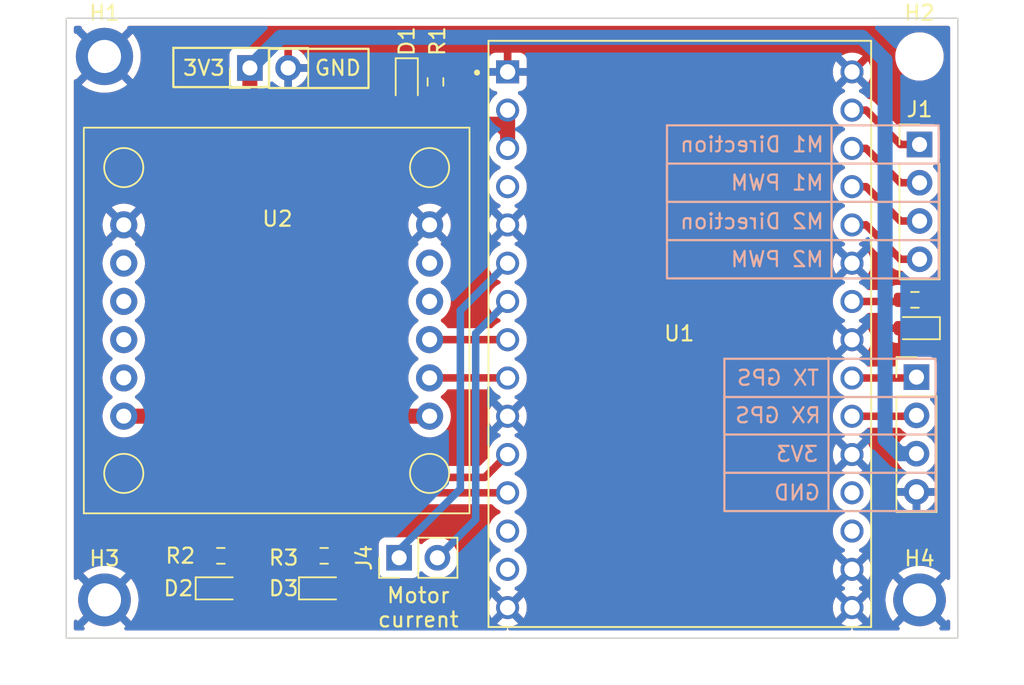
<source format=kicad_pcb>
(kicad_pcb (version 20211014) (generator pcbnew)
  (layers (0 "F.Cu" signal) (31 "B.Cu" signal) (34 "B.Paste" user) (35 "F.Paste" user) (36 "B.SilkS" user "B.Silkscreen") (37 "F.SilkS" user "F.Silkscreen") (38 "B.Mask" user) (39 "F.Mask" user) (44 "Edge.Cuts" user))
  (net 0 "")
  (net 1 "Net-(D1-Pad1)")
  (net 2 "GND")
  (net 3 "Net-(D2-Pad1)")
  (net 4 "Net-(D3-Pad1)")
  (net 5 "Net-(D4-Pad1)")
  (net 6 "Motor1_EN")
  (net 7 "Motor1_PWM")
  (net 8 "Motor2_EN")
  (net 9 "Motor2_PWM")
  (net 10 "+3V3")
  (net 11 "TX_GPS")
  (net 12 "RX_GPS")
  (net 13 "Motor1_Curr")
  (net 14 "Motor2_Curr")
  (net 15 "Status_LED1")
  (net 16 "Status_LED2")
  (net 17 "Status_LED3")
  (net 19 "RX_MAG")
  (net 20 "TX_MAG")
  (footprint "MountingHole:MountingHole_2.2mm_M2_ISO7380_Pad_TopBottom" (layer "F.Cu") (at 110.49 172.466)
    (fp_text reference "H3" (at 0 -2.75) (layer "F.SilkS"))
    (fp_text value "MountingHole_Pad")
    (pad "1" connect circle (at 0 0) (size 3.5 3.5) (layers "F.Cu" "F.Mask") (net 2 "GND"))
    (pad "1" connect circle (at 0 0) (size 3.5 3.5) (layers "B.Cu" "B.Mask") (net 2 "GND"))
    (pad "1" thru_hole circle (at 0 0) (size 2.6 2.6) (drill 2.2) (layers *.Cu *.Mask) (net 2 "GND"))
  )
  (footprint "MountingHole:MountingHole_2.2mm_M2_DIN965" (layer "F.Cu") (at 164.592 136.398)
    (fp_text reference "H2" (at 0 -2.9) (layer "F.SilkS"))
    (fp_text value "MountingHole")
    (pad "" np_thru_hole circle (at 0 0) (size 2.2 2.2) (drill 2.2) (layers *.Cu *.Mask))
  )
  (footprint "LED_SMD:LED_0603_1608Metric_Pad1.05x0.95mm_HandSolder" (layer "F.Cu") (at 130.556 138.176 -90)
    (fp_text reference "D1" (at -2.794 0 90) (layer "F.SilkS"))
    (fp_text value "LED" hide)
    (fp_line (start 0.8 -0.735) (end -1.66 -0.735) (layer "F.SilkS") (width 0.12))
    (fp_line (start -1.66 -0.735) (end -1.66 0.735) (layer "F.SilkS") (width 0.12))
    (fp_line (start -1.66 0.735) (end 0.8 0.735) (layer "F.SilkS") (width 0.12))
    (pad "1" smd roundrect (at -0.875 0 270) (size 1.05 0.95) (layers "F.Cu" "F.Paste" "F.Mask") (net 1 "Net-(D1-Pad1)"))
    (pad "2" smd roundrect (at 0.875 0 270) (size 1.05 0.95) (layers "F.Cu" "F.Paste" "F.Mask") (net 2 "GND"))
  )
  (footprint "Resistor_SMD:R_0603_1608Metric_Pad0.98x0.95mm_HandSolder" (layer "F.Cu") (at 125.0715 169.545 180)
    (fp_text reference "R3" (at 2.6905 -0.127) (layer "F.SilkS"))
    (fp_text value "55")
    (fp_line (start -0.254724 0.5225) (end 0.254724 0.5225) (layer "F.SilkS") (width 0.12))
    (fp_line (start -0.254724 -0.5225) (end 0.254724 -0.5225) (layer "F.SilkS") (width 0.12))
    (pad "1" smd roundrect (at -0.9125 0 180) (size 0.975 0.95) (layers "F.Cu" "F.Paste" "F.Mask") (net 16 "Status_LED2"))
    (pad "2" smd roundrect (at 0.9125 0 180) (size 0.975 0.95) (layers "F.Cu" "F.Paste" "F.Mask") (net 4 "Net-(D3-Pad1)"))
  )
  (footprint "Connector_PinHeader_2.54mm:PinHeader_1x04_P2.54mm_Vertical" (layer "F.Cu") (at 164.592 142.24)
    (fp_text reference "J1" (at 0 -2.33) (layer "F.SilkS"))
    (fp_text value "Motor control")
    (fp_line (start -1.33 0) (end -1.33 -1.33) (layer "F.SilkS") (width 0.12))
    (fp_line (start -1.33 1.27) (end -1.33 8.95) (layer "F.SilkS") (width 0.12))
    (fp_line (start -1.33 8.95) (end 1.33 8.95) (layer "F.SilkS") (width 0.12))
    (fp_line (start -1.33 -1.33) (end 0 -1.33) (layer "F.SilkS") (width 0.12))
    (fp_line (start 1.33 1.27) (end 1.33 8.95) (layer "F.SilkS") (width 0.12))
    (fp_line (start -1.33 1.27) (end 1.33 1.27) (layer "F.SilkS") (width 0.12))
    (pad "1" thru_hole rect (at 0 0) (size 1.7 1.7) (drill 1) (layers *.Cu *.Mask) (net 6 "Motor1_EN"))
    (pad "2" thru_hole oval (at 0 2.54) (size 1.7 1.7) (drill 1) (layers *.Cu *.Mask) (net 7 "Motor1_PWM"))
    (pad "3" thru_hole oval (at 0 5.08) (size 1.7 1.7) (drill 1) (layers *.Cu *.Mask) (net 8 "Motor2_EN"))
    (pad "4" thru_hole oval (at 0 7.62) (size 1.7 1.7) (drill 1) (layers *.Cu *.Mask) (net 9 "Motor2_PWM"))
  )
  (footprint "MountingHole:MountingHole_2.2mm_M2_ISO7380_Pad_TopBottom" (layer "F.Cu") (at 164.592 172.466)
    (fp_text reference "H4" (at 0 -2.75) (layer "F.SilkS"))
    (fp_text value "MountingHole_Pad")
    (pad "1" connect circle (at 0 0) (size 3.5 3.5) (layers "B.Cu" "B.Mask") (net 2 "GND"))
    (pad "1" thru_hole circle (at 0 0) (size 2.6 2.6) (drill 2.2) (layers *.Cu *.Mask) (net 2 "GND"))
    (pad "1" connect circle (at 0 0) (size 3.5 3.5) (layers "F.Cu" "F.Mask") (net 2 "GND"))
  )
  (footprint "Resistor_SMD:R_0603_1608Metric_Pad0.98x0.95mm_HandSolder" (layer "F.Cu") (at 132.461 138.0865 90)
    (fp_text reference "R1" (at 2.7045 0.127 90) (layer "F.SilkS"))
    (fp_text value "55" hide)
    (fp_line (start -0.254724 -0.5225) (end 0.254724 -0.5225) (layer "F.SilkS") (width 0.12))
    (fp_line (start -0.254724 0.5225) (end 0.254724 0.5225) (layer "F.SilkS") (width 0.12))
    (pad "1" smd roundrect (at -0.9125 0 90) (size 0.975 0.95) (layers "F.Cu" "F.Paste" "F.Mask") (net 10 "+3V3"))
    (pad "2" smd roundrect (at 0.9125 0 90) (size 0.975 0.95) (layers "F.Cu" "F.Paste" "F.Mask") (net 1 "Net-(D1-Pad1)"))
  )
  (footprint "LED_SMD:LED_0603_1608Metric_Pad1.05x0.95mm_HandSolder" (layer "F.Cu") (at 118.204 171.704)
    (fp_text reference "D2" (at -2.808 0) (layer "F.SilkS"))
    (fp_text value "LED")
    (fp_line (start -1.66 -0.735) (end -1.66 0.735) (layer "F.SilkS") (width 0.12))
    (fp_line (start 0.8 -0.735) (end -1.66 -0.735) (layer "F.SilkS") (width 0.12))
    (fp_line (start -1.66 0.735) (end 0.8 0.735) (layer "F.SilkS") (width 0.12))
    (pad "1" smd roundrect (at -0.875 0) (size 1.05 0.95) (layers "F.Cu" "F.Paste" "F.Mask") (net 3 "Net-(D2-Pad1)"))
    (pad "2" smd roundrect (at 0.875 0) (size 1.05 0.95) (layers "F.Cu" "F.Paste" "F.Mask") (net 2 "GND"))
  )
  (footprint "LED_SMD:LED_0603_1608Metric_Pad1.05x0.95mm_HandSolder" (layer "F.Cu") (at 164.2853 154.432 180)
    (fp_text reference "D4" hide)
    (fp_text value "LED" hide)
    (fp_line (start -1.66 -0.735) (end -1.66 0.735) (layer "F.SilkS") (width 0.12))
    (fp_line (start -1.66 0.735) (end 0.8 0.735) (layer "F.SilkS") (width 0.12))
    (fp_line (start 0.8 -0.735) (end -1.66 -0.735) (layer "F.SilkS") (width 0.12))
    (pad "1" smd roundrect (at -0.875 0 180) (size 1.05 0.95) (layers "F.Cu" "F.Paste" "F.Mask") (net 5 "Net-(D4-Pad1)"))
    (pad "2" smd roundrect (at 0.875 0 180) (size 1.05 0.95) (layers "F.Cu" "F.Paste" "F.Mask") (net 2 "GND"))
  )
  (footprint "Connector_PinHeader_2.54mm:PinHeader_1x02_P2.54mm_Vertical" (layer "F.Cu") (at 120.142 137.16 90)
    (fp_text reference "J2" hide)
    (fp_text value "Power")
    (fp_line (start -1.33 0) (end -1.33 -1.33) (layer "F.SilkS") (width 0.12))
    (fp_line (start -1.33 1.27) (end -1.33 3.87) (layer "F.SilkS") (width 0.12))
    (fp_line (start 1.33 1.27) (end 1.33 3.87) (layer "F.SilkS") (width 0.12))
    (fp_line (start -1.33 -1.33) (end 0 -1.33) (layer "F.SilkS") (width 0.12))
    (fp_line (start -1.33 1.27) (end 1.33 1.27) (layer "F.SilkS") (width 0.12))
    (fp_line (start -1.33 3.87) (end 1.33 3.87) (layer "F.SilkS") (width 0.12))
    (pad "1" thru_hole rect (at 0 0 90) (size 1.7 1.7) (drill 1) (layers *.Cu *.Mask) (net 10 "+3V3"))
    (pad "2" thru_hole oval (at 0 2.54 90) (size 1.7 1.7) (drill 1) (layers *.Cu *.Mask) (net 2 "GND"))
  )
  (footprint "Resistor_SMD:R_0603_1608Metric_Pad0.98x0.95mm_HandSolder" (layer "F.Cu") (at 118.2135 169.545 180)
    (fp_text reference "R2" (at 2.6905 0) (layer "F.SilkS"))
    (fp_text value "55")
    (fp_line (start -0.254724 0.5225) (end 0.254724 0.5225) (layer "F.SilkS") (width 0.12))
    (fp_line (start -0.254724 -0.5225) (end 0.254724 -0.5225) (layer "F.SilkS") (width 0.12))
    (pad "1" smd roundrect (at -0.9125 0 180) (size 0.975 0.95) (layers "F.Cu" "F.Paste" "F.Mask") (net 15 "Status_LED1"))
    (pad "2" smd roundrect (at 0.9125 0 180) (size 0.975 0.95) (layers "F.Cu" "F.Paste" "F.Mask") (net 3 "Net-(D2-Pad1)"))
  )
  (footprint "MountingHole:MountingHole_2.2mm_M2_DIN965_Pad_TopBottom" (layer "F.Cu") (at 110.49 136.398)
    (fp_text reference "H1" (at 0 -2.9) (layer "F.SilkS"))
    (fp_text value "MountingHole_Pad")
    (pad "1" connect circle (at 0 0) (size 3.8 3.8) (layers "F.Cu" "F.Mask") (net 2 "GND"))
    (pad "1" connect circle (at 0 0) (size 3.8 3.8) (layers "B.Cu" "B.Mask") (net 2 "GND"))
    (pad "1" thru_hole circle (at 0 0) (size 2.6 2.6) (drill 2.2) (layers *.Cu *.Mask) (net 2 "GND"))
  )
  (footprint "LED_SMD:LED_0603_1608Metric_Pad1.05x0.95mm_HandSolder" (layer "F.Cu") (at 125.062 171.704)
    (fp_text reference "D3" (at -2.681 0) (layer "F.SilkS"))
    (fp_text value "LED")
    (fp_line (start 0.8 -0.735) (end -1.66 -0.735) (layer "F.SilkS") (width 0.12))
    (fp_line (start -1.66 -0.735) (end -1.66 0.735) (layer "F.SilkS") (width 0.12))
    (fp_line (start -1.66 0.735) (end 0.8 0.735) (layer "F.SilkS") (width 0.12))
    (pad "1" smd roundrect (at -0.875 0) (size 1.05 0.95) (layers "F.Cu" "F.Paste" "F.Mask") (net 4 "Net-(D3-Pad1)"))
    (pad "2" smd roundrect (at 0.875 0) (size 1.05 0.95) (layers "F.Cu" "F.Paste" "F.Mask") (net 2 "GND"))
  )
  (footprint "Resistor_SMD:R_0603_1608Metric_Pad0.98x0.95mm_HandSolder" (layer "F.Cu") (at 164.2853 152.5524)
    (fp_text reference "R4" hide)
    (fp_text value "55" hide)
    (fp_line (start -0.254724 -0.5225) (end 0.254724 -0.5225) (layer "F.SilkS") (width 0.12))
    (fp_line (start -0.254724 0.5225) (end 0.254724 0.5225) (layer "F.SilkS") (width 0.12))
    (pad "1" smd roundrect (at -0.9125 0) (size 0.975 0.95) (layers "F.Cu" "F.Paste" "F.Mask") (net 17 "Status_LED3"))
    (pad "2" smd roundrect (at 0.9125 0) (size 0.975 0.95) (layers "F.Cu" "F.Paste" "F.Mask") (net 5 "Net-(D4-Pad1)"))
  )
  (footprint "Connector_PinHeader_2.54mm:PinHeader_1x02_P2.54mm_Vertical" (layer "F.Cu") (at 130.048 169.672 90)
    (fp_text reference "J4" (at 0 -2.33 90) (layer "F.SilkS"))
    (fp_text value "Motor current sensing")
    (fp_line (start -1.33 1.27) (end -1.33 3.87) (layer "F.SilkS") (width 0.12))
    (fp_line (start -1.33 0) (end -1.33 -1.33) (layer "F.SilkS") (width 0.12))
    (fp_line (start 1.33 1.27) (end 1.33 3.87) (layer "F.SilkS") (width 0.12))
    (fp_line (start -1.33 3.87) (end 1.33 3.87) (layer "F.SilkS") (width 0.12))
    (fp_line (start -1.33 -1.33) (end 0 -1.33) (layer "F.SilkS") (width 0.12))
    (fp_line (start -1.33 1.27) (end 1.33 1.27) (layer "F.SilkS") (width 0.12))
    (pad "1" thru_hole rect (at 0 0 90) (size 1.7 1.7) (drill 1) (layers *.Cu *.Mask) (net 13 "Motor1_Curr"))
    (pad "2" thru_hole oval (at 0 2.54 90) (size 1.7 1.7) (drill 1) (layers *.Cu *.Mask) (net 14 "Motor2_Curr"))
  )
  (footprint "ESP32:GY-26" (layer "F.Cu") (at 111.77 160.274)
    (fp_text reference "U2" (at 10.2 -13.1 unlocked) (layer "F.SilkS"))
    (fp_text value "GY-26")
    (fp_rect (start -2.65 6.45) (end 22.95 -19.15) (layer "F.SilkS") (width 0.12) (fill none))
    (fp_circle (center 20.3 -16.5) (end 21.6 -16.5) (layer "F.SilkS") (width 0.12) (fill none))
    (fp_circle (center 20.3 3.8) (end 21.6 3.8) (layer "F.SilkS") (width 0.12) (fill none))
    (fp_circle (center 0 3.8) (end 1.3 3.8) (layer "F.SilkS") (width 0.12) (fill none))
    (fp_circle (center 0 -16.5) (end 1.3 -16.5) (layer "F.SilkS") (width 0.12) (fill none))
    (pad "1" thru_hole circle (at 0 0 180) (size 1.8 1.8) (drill 1) (layers *.Cu *.Mask) (net 10 "+3V3"))
    (pad "2" thru_hole circle (at 0 -2.54 180) (size 1.8 1.8) (drill 1) (layers *.Cu *.Mask))
    (pad "3" thru_hole circle (at 0 -5.08 180) (size 1.8 1.8) (drill 1) (layers *.Cu *.Mask))
    (pad "4" thru_hole circle (at 0 -7.62 180) (size 1.8 1.8) (drill 1) (layers *.Cu *.Mask))
    (pad "5" thru_hole circle (at 0 -10.16 180) (size 1.8 1.8) (drill 1) (layers *.Cu *.Mask))
    (pad "6" thru_hole circle (at 0 -12.7 180) (size 1.8 1.8) (drill 1) (layers *.Cu *.Mask) (net 2 "GND"))
    (pad "7" thru_hole circle (at 20.3 -12.7) (size 1.8 1.8) (drill 1) (layers *.Cu *.Mask) (net 2 "GND"))
    (pad "8" thru_hole circle (at 20.3 -10.16) (size 1.8 1.8) (drill 1) (layers *.Cu *.Mask))
    (pad "9" thru_hole circle (at 20.3 -7.62) (size 1.8 1.8) (drill 1) (layers *.Cu *.Mask))
    (pad "10" thru_hole circle (at 20.3 -5.08) (size 1.8 1.8) (drill 1) (layers *.Cu *.Mask) (net 19 "RX_MAG"))
    (pad "11" thru_hole circle (at 20.3 -2.54) (size 1.8 1.8) (drill 1) (layers *.Cu *.Mask) (net 20 "TX_MAG"))
    (pad "12" thru_hole circle (at 20.3 0) (size 1.8 1.8) (drill 1) (layers *.Cu *.Mask) (net 10 "+3V3"))
  )
  (footprint "ESP32-C3-DEVKITC-02:XCVR_ESP32-C3-DEVKITC-02" (layer "F.Cu") (at 148.6795 154.813)
    (fp_text reference "U1" (at -0.0387 -0.0254) (layer "F.SilkS"))
    (fp_text value "ESP32-C3-DEVKITC-02")
    (fp_line (start -12.7 -19.455) (end 12.7 -19.455) (layer "F.SilkS") (width 0.127))
    (fp_line (start 12.7 19.455) (end -12.7 19.455) (layer "F.SilkS") (width 0.127))
    (fp_line (start -12.7 19.455) (end -12.7 -19.455) (layer "F.SilkS") (width 0.127))
    (fp_line (start 12.7 -19.455) (end 12.7 19.455) (layer "F.SilkS") (width 0.127))
    (fp_circle (center -13.462 -17.347) (end -13.362 -17.347) (layer "F.SilkS") (width 0.2) (fill none))
    (pad "1" thru_hole rect locked (at -11.43 -17.3922) (size 1.53 1.53) (drill 1.02) (layers *.Cu *.Mask) (net 2 "GND"))
    (pad "2" thru_hole circle locked (at -11.43 -14.8522) (size 1.53 1.53) (drill 1.02) (layers *.Cu *.Mask) (net 10 "+3V3"))
    (pad "3" thru_hole circle locked (at -11.43 -12.3122) (size 1.53 1.53) (drill 1.02) (layers *.Cu *.Mask) (net 10 "+3V3"))
    (pad "4" thru_hole circle locked (at -11.43 -9.7722) (size 1.53 1.53) (drill 1.02) (layers *.Cu *.Mask))
    (pad "5" thru_hole circle locked (at -11.43 -7.2322) (size 1.53 1.53) (drill 1.02) (layers *.Cu *.Mask) (net 2 "GND"))
    (pad "6" thru_hole circle locked (at -11.43 -4.6922) (size 1.53 1.53) (drill 1.02) (layers *.Cu *.Mask) (net 13 "Motor1_Curr"))
    (pad "7" thru_hole circle locked (at -11.43 -2.1522) (size 1.53 1.53) (drill 1.02) (layers *.Cu *.Mask) (net 14 "Motor2_Curr"))
    (pad "8" thru_hole circle locked (at -11.43 0.3878) (size 1.53 1.53) (drill 1.02) (layers *.Cu *.Mask) (net 19 "RX_MAG"))
    (pad "9" thru_hole circle locked (at -11.43 2.9278) (size 1.53 1.53) (drill 1.02) (layers *.Cu *.Mask) (net 20 "TX_MAG"))
    (pad "10" thru_hole circle locked (at -11.43 5.4678) (size 1.53 1.53) (drill 1.02) (layers *.Cu *.Mask) (net 2 "GND"))
    (pad "11" thru_hole circle locked (at -11.43 8.0078) (size 1.53 1.53) (drill 1.02) (layers *.Cu *.Mask) (net 15 "Status_LED1"))
    (pad "12" thru_hole circle locked (at -11.43 10.5478) (size 1.53 1.53) (drill 1.02) (layers *.Cu *.Mask) (net 16 "Status_LED2"))
    (pad "13" thru_hole circle locked (at -11.43 13.0878) (size 1.53 1.53) (drill 1.02) (layers *.Cu *.Mask))
    (pad "14" thru_hole circle locked (at -11.43 15.6278) (size 1.53 1.53) (drill 1.02) (layers *.Cu *.Mask))
    (pad "15" thru_hole circle locked (at -11.43 18.1678) (size 1.53 1.53) (drill 1.02) (layers *.Cu *.Mask) (net 2 "GND"))
    (pad "16" thru_hole circle locked (at 11.43 18.1678) (size 1.53 1.53) (drill 1.02) (layers *.Cu *.Mask) (net 2 "GND"))
    (pad "17" thru_hole circle locked (at 11.43 15.6278) (size 1.53 1.53) (drill 1.02) (layers *.Cu *.Mask) (net 2 "GND"))
    (pad "18" thru_hole circle locked (at 11.43 13.0878) (size 1.53 1.53) (drill 1.02) (layers *.Cu *.Mask))
    (pad "19" thru_hole circle locked (at 11.43 10.5478) (size 1.53 1.53) (drill 1.02) (layers *.Cu *.Mask))
    (pad "20" thru_hole circle locked (at 11.43 8.0078) (size 1.53 1.53) (drill 1.02) (layers *.Cu *.Mask) (net 2 "GND"))
    (pad "21" thru_hole circle locked (at 11.43 5.4678) (size 1.53 1.53) (drill 1.02) (layers *.Cu *.Mask) (net 12 "RX_GPS"))
    (pad "22" thru_hole circle locked (at 11.43 2.9278) (size 1.53 1.53) (drill 1.02) (layers *.Cu *.Mask) (net 11 "TX_GPS"))
    (pad "23" thru_hole circle locked (at 11.43 0.3878) (size 1.53 1.53) (drill 1.02) (layers *.Cu *.Mask) (net 2 "GND"))
    (pad "24" thru_hole circle locked (at 11.43 -2.1522) (size 1.53 1.53) (drill 1.02) (layers *.Cu *.Mask) (net 17 "Status_LED3"))
    (pad "25" thru_hole circle locked (at 11.43 -4.6922) (size 1.53 1.53) (drill 1.02) (layers *.Cu *.Mask) (net 2 "GND"))
    (pad "26" thru_hole circle locked (at 11.43 -7.2322) (size 1.53 1.53) (drill 1.02) (layers *.Cu *.Mask) (net 9 "Motor2_PWM"))
    (pad "27" thru_hole circle locked (at 11.43 -9.7722) (size 1.53 1.53) (drill 1.02) (layers *.Cu *.Mask) (net 8 "Motor2_EN"))
    (pad "28" thru_hole circle locked (at 11.43 -12.3122) (size 1.53 1.53) (drill 1.02) (layers *.Cu *.Mask) (net 7 "Motor1_PWM"))
    (pad "29" thru_hole circle locked (at 11.43 -14.8522) (size 1.53 1.53) (drill 1.02) (layers *.Cu *.Mask) (net 6 "Motor1_EN"))
    (pad "30" thru_hole circle locked (at 11.43 -17.3922) (size 1.53 1.53) (drill 1.02) (layers *.Cu *.Mask) (net 2 "GND"))
  )
  (footprint "Connector_PinHeader_2.54mm:PinHeader_1x04_P2.54mm_Vertical" (layer "F.Cu") (at 164.3888 157.6832)
    (fp_text reference "J3" hide)
    (fp_text value "GPS")
    (fp_line (start -1.33 0) (end -1.33 -1.33) (layer "F.SilkS") (width 0.12))
    (fp_line (start 1.33 1.27) (end 1.33 8.95) (layer "F.SilkS") (width 0.12))
    (fp_line (start -1.33 1.27) (end -1.33 8.95) (layer "F.SilkS") (width 0.12))
    (fp_line (start -1.33 1.27) (end 1.33 1.27) (layer "F.SilkS") (width 0.12))
    (fp_line (start -1.33 8.95) (end 1.33 8.95) (layer "F.SilkS") (width 0.12))
    (fp_line (start -1.33 -1.33) (end 0 -1.33) (layer "F.SilkS") (width 0.12))
    (pad "1" thru_hole rect (at 0 0) (size 1.7 1.7) (drill 1) (layers *.Cu *.Mask) (net 11 "TX_GPS"))
    (pad "2" thru_hole oval (at 0 2.54) (size 1.7 1.7) (drill 1) (layers *.Cu *.Mask) (net 12 "RX_GPS"))
    (pad "3" thru_hole oval (at 0 5.08) (size 1.7 1.7) (drill 1) (layers *.Cu *.Mask) (net 10 "+3V3"))
    (pad "4" thru_hole oval (at 0 7.62) (size 1.7 1.7) (drill 1) (layers *.Cu *.Mask) (net 2 "GND"))
  )
  (gr_rect (start 165.862 143.51) (end 147.828 146.05) (layer "B.SilkS") (width 0.15) (fill none))
  (gr_line (start 158.5468 156.4132) (end 158.5468 166.5732) (layer "B.SilkS") (width 0.15))
  (gr_line (start 165.862 148.59) (end 147.828 148.59) (layer "B.SilkS") (width 0.15))
  (gr_line (start 165.6588 164.0332) (end 151.638 164.0332) (layer "B.SilkS") (width 0.15))
  (gr_rect (start 165.6588 156.464) (end 151.638 166.5732) (layer "B.SilkS") (width 0.15) (fill none))
  (gr_line (start 158.75 140.97) (end 158.75 151.13) (layer "B.SilkS") (width 0.15))
  (gr_rect (start 165.862 140.97) (end 147.828 151.13) (layer "B.SilkS") (width 0.15) (fill none))
  (gr_rect (start 165.6588 159.004) (end 151.638 161.4932) (layer "B.SilkS") (width 0.15) (fill none))
  (gr_rect (start 121.412 135.83) (end 115.062 138.43) (layer "F.SilkS") (width 0.15) (fill none))
  (gr_rect (start 121.412 138.49) (end 128.016 135.89) (layer "F.SilkS") (width 0.15) (fill none))
  (gr_rect (start 107.95 133.858) (end 167.132 175.006) (layer "Edge.Cuts") (width 0.1) (fill none))
  (gr_text "M1 PWM" (at 155.1432 144.78) (layer "B.SilkS") (effects (font (size 1 1)) (justify mirror)))
  (gr_text "M1 Direction" (at 153.4668 142.24) (layer "B.SilkS") (effects (font (size 1 1)) (justify mirror)))
  (gr_text "RX GPS" (at 155.194 160.2232) (layer "B.SilkS") (effects (font (size 1 1)) (justify mirror)))
  (gr_text "M2 Direction" (at 153.4668 147.3454) (layer "B.SilkS") (effects (font (size 1 1)) (justify mirror)))
  (gr_text "3V3" (at 156.464 162.7886) (layer "B.SilkS") (effects (font (size 1 1)) (justify mirror)))
  (gr_text "TX GPS" (at 155.194 157.734) (layer "B.SilkS") (effects (font (size 1 1)) (justify mirror)))
  (gr_text "GND" (at 156.464 165.354) (layer "B.SilkS") (effects (font (size 1 1)) (justify mirror)))
  (gr_text "M2 PWM" (at 155.1432 149.86) (layer "B.SilkS") (effects (font (size 1 1)) (justify mirror)))
  (gr_text "GND" (at 125.984 137.16) (layer "F.SilkS") (effects (font (size 1 1))))
  (gr_text "Motor\ncurrent" (at 131.318 172.974) (layer "F.SilkS") (effects (font (size 1 1))))
  (gr_text "3V3" (at 117.094 137.16) (layer "F.SilkS") (effects (font (size 1 1))))
  (segment (start 132.334 137.301) (end 132.461 137.174) (width 0.5) (layer "F.Cu") (net 1))
  (segment (start 130.556 137.301) (end 132.334 137.301) (width 0.5) (layer "F.Cu") (net 1))
  (segment (start 117.301 169.545) (end 117.301 171.676) (width 0.5) (layer "F.Cu") (net 3))
  (segment (start 117.301 171.676) (end 117.329 171.704) (width 0.5) (layer "F.Cu") (net 3))
  (segment (start 124.159 171.676) (end 124.187 171.704) (width 0.5) (layer "F.Cu") (net 4))
  (segment (start 124.159 169.545) (end 124.159 171.676) (width 0.5) (layer "F.Cu") (net 4))
  (segment (start 165.1603 154.432) (end 165.1603 152.5899) (width 0.5) (layer "F.Cu") (net 5))
  (segment (start 165.1603 152.5899) (end 165.1978 152.5524) (width 0.5) (layer "F.Cu") (net 5))
  (segment (start 163.322 142.24) (end 164.592 142.24) (width 0.5) (layer "F.Cu") (net 6))
  (segment (start 160.1095 139.9608) (end 161.0428 139.9608) (width 0.5) (layer "F.Cu") (net 6))
  (segment (start 161.0428 139.9608) (end 163.322 142.24) (width 0.5) (layer "F.Cu") (net 6))
  (segment (start 160.1095 142.5008) (end 161.0428 142.5008) (width 0.5) (layer "F.Cu") (net 7))
  (segment (start 161.0428 142.5008) (end 163.322 144.78) (width 0.5) (layer "F.Cu") (net 7))
  (segment (start 163.322 144.78) (end 164.592 144.78) (width 0.5) (layer "F.Cu") (net 7))
  (segment (start 160.1095 145.0408) (end 161.0428 145.0408) (width 0.5) (layer "F.Cu") (net 8))
  (segment (start 161.0428 145.0408) (end 163.322 147.32) (width 0.5) (layer "F.Cu") (net 8))
  (segment (start 163.322 147.32) (end 164.592 147.32) (width 0.5) (layer "F.Cu") (net 8))
  (segment (start 163.322 149.86) (end 164.592 149.86) (width 0.5) (layer "F.Cu") (net 9))
  (segment (start 160.1095 147.5808) (end 161.0292 147.5808) (width 0.5) (layer "F.Cu") (net 9))
  (segment (start 161.036 147.574) (end 163.322 149.86) (width 0.5) (layer "F.Cu") (net 9))
  (segment (start 161.0292 147.5808) (end 161.036 147.574) (width 0.5) (layer "F.Cu") (net 9))
  (segment (start 134.185 140.897) (end 136.758 140.897) (width 1) (layer "F.Cu") (net 10))
  (segment (start 132.461 138.999) (end 132.461 140.843) (width 0.5) (layer "F.Cu") (net 10))
  (segment (start 120.142 150.368) (end 122.428 152.654) (width 1) (layer "F.Cu") (net 10))
  (segment (start 137.2495 141.3885) (end 137.2495 142.5008) (width 1) (layer "F.Cu") (net 10))
  (segment (start 120.142 150.368) (end 120.142 154.94) (width 1) (layer "F.Cu") (net 10))
  (segment (start 120.142 154.94) (end 114.808 160.274) (width 1) (layer "F.Cu") (net 10))
  (segment (start 137.2495 139.9608) (end 137.2495 141.3885) (width 1) (layer "F.Cu") (net 10))
  (segment (start 136.758 140.897) (end 137.2495 141.3885) (width 1) (layer "F.Cu") (net 10))
  (segment (start 132.461 140.843) (end 132.515 140.897) (width 0.5) (layer "F.Cu") (net 10))
  (segment (start 130.048 160.274) (end 132.07 160.274) (width 1) (layer "F.Cu") (net 10))
  (segment (start 132.515 140.897) (end 134.185 140.897) (width 1) (layer "F.Cu") (net 10))
  (segment (start 122.428 152.654) (end 130.048 160.274) (width 1) (layer "F.Cu") (net 10))
  (segment (start 134.185 140.897) (end 121.847 140.897) (width 1) (layer "F.Cu") (net 10))
  (segment (start 120.142 137.16) (end 120.142 139.192) (width 1) (layer "F.Cu") (net 10))
  (segment (start 120.142 139.192) (end 120.142 150.368) (width 1) (layer "F.Cu") (net 10))
  (segment (start 111.77 160.274) (end 114.808 160.274) (width 1) (layer "F.Cu") (net 10))
  (segment (start 121.847 140.897) (end 120.142 139.192) (width 1) (layer "F.Cu") (net 10))
  (segment (start 120.142 137.16) (end 122.174 135.128) (width 1) (layer "B.Cu") (net 10))
  (segment (start 163.2712 162.7632) (end 164.3888 162.7632) (width 1) (layer "B.Cu") (net 10))
  (segment (start 122.174 135.128) (end 160.782 135.128) (width 1) (layer "B.Cu") (net 10))
  (segment (start 162.306 161.798) (end 163.2712 162.7632) (width 1) (layer "B.Cu") (net 10))
  (segment (start 160.782 135.128) (end 162.306 136.652) (width 1) (layer "B.Cu") (net 10))
  (segment (start 162.306 136.652) (end 162.306 161.798) (width 1) (layer "B.Cu") (net 10))
  (segment (start 160.1095 157.7408) (end 164.3312 157.7408) (width 0.5) (layer "F.Cu") (net 11))
  (segment (start 164.3312 157.7408) (end 164.3888 157.6832) (width 0.5) (layer "F.Cu") (net 11))
  (segment (start 160.1095 160.2808) (end 164.3312 160.2808) (width 0.5) (layer "F.Cu") (net 12))
  (segment (start 164.3312 160.2808) (end 164.3888 160.2232) (width 0.5) (layer "F.Cu") (net 12))
  (segment (start 130.048 169.164) (end 134.112 165.1) (width 0.5) (layer "B.Cu") (net 13))
  (segment (start 130.048 169.672) (end 130.048 169.164) (width 0.5) (layer "B.Cu") (net 13))
  (segment (start 134.112 153.2583) (end 137.2495 150.1208) (width 0.5) (layer "B.Cu") (net 13))
  (segment (start 134.112 165.1) (end 134.112 153.2583) (width 0.5) (layer "B.Cu") (net 13))
  (segment (start 132.588 169.672) (end 135.128 167.132) (width 0.5) (layer "B.Cu") (net 14))
  (segment (start 135.128 167.132) (end 135.128 154.7823) (width 0.5) (layer "B.Cu") (net 14))
  (segment (start 135.128 154.7823) (end 137.2495 152.6608) (width 0.5) (layer "B.Cu") (net 14))
  (segment (start 125.73 168.402) (end 120.269 168.402) (width 0.5) (layer "F.Cu") (net 15))
  (segment (start 135.7323 164.338) (end 129.794 164.338) (width 0.5) (layer "F.Cu") (net 15))
  (segment (start 129.794 164.338) (end 125.73 168.402) (width 0.5) (layer "F.Cu") (net 15))
  (segment (start 137.2495 162.8208) (end 135.7323 164.338) (width 0.5) (layer "F.Cu") (net 15))
  (segment (start 120.269 168.402) (end 119.126 169.545) (width 0.5) (layer "F.Cu") (net 15))
  (segment (start 137.2495 165.3608) (end 130.1682 165.3608) (width 0.5) (layer "F.Cu") (net 16))
  (segment (start 130.1682 165.3608) (end 125.984 169.545) (width 0.5) (layer "F.Cu") (net 16))
  (segment (start 163.2644 152.6608) (end 163.3728 152.5524) (width 0.5) (layer "F.Cu") (net 17))
  (segment (start 160.1095 152.6608) (end 163.2644 152.6608) (width 0.5) (layer "F.Cu") (net 17))
  (segment (start 137.2427 155.194) (end 137.2495 155.2008) (width 0.5) (layer "F.Cu") (net 19))
  (segment (start 132.07 155.194) (end 137.2427 155.194) (width 0.5) (layer "F.Cu") (net 19))
  (segment (start 137.2427 157.734) (end 137.2495 157.7408) (width 0.5) (layer "F.Cu") (net 20))
  (segment (start 132.07 157.734) (end 137.2427 157.734) (width 0.5) (layer "F.Cu") (net 20))
  (zone (net 2) (net_name "GND") (layers F&B.Cu) (connect_pads (clearance 0.508)) (min_thickness 0.254) (fill yes (thermal_gap 0.508) (thermal_bridge_width 0.508))
    (polygon (pts (xy 166.878 174.752) (xy 108.204 174.752) (xy 108.204 134.112) (xy 166.878 134.112)))
  )
)
</source>
